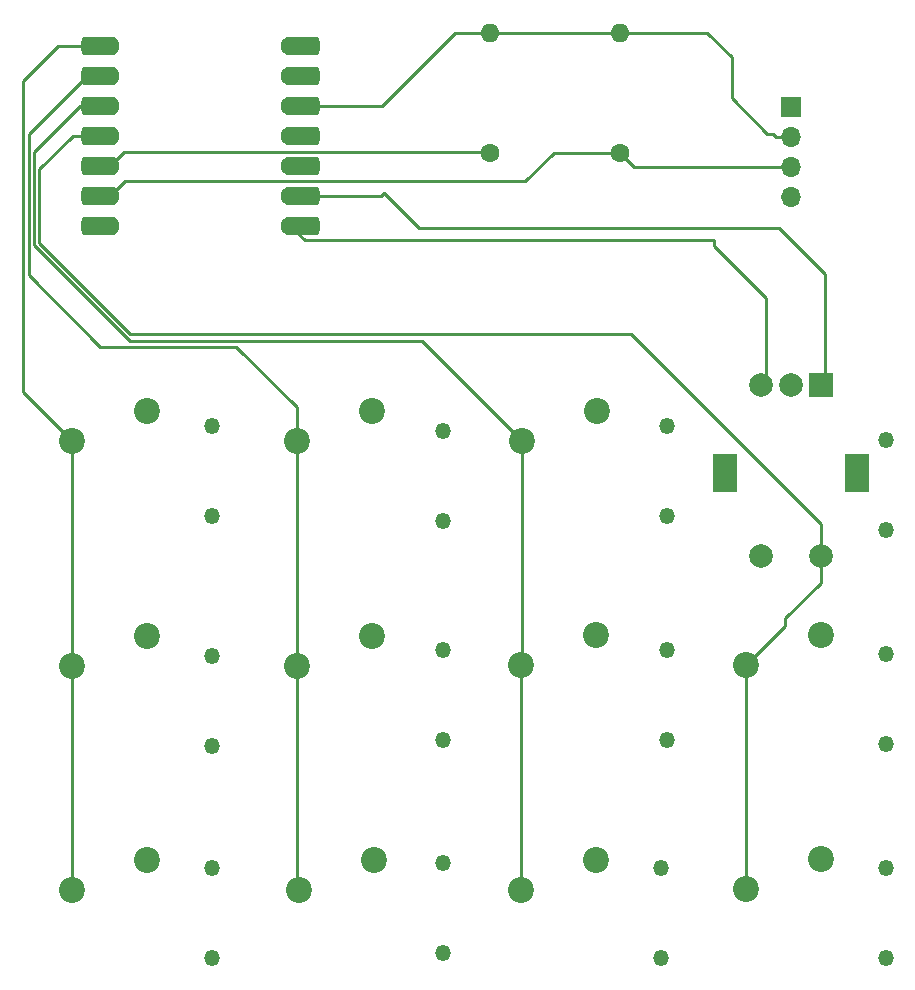
<source format=gbr>
%TF.GenerationSoftware,KiCad,Pcbnew,8.0.5*%
%TF.CreationDate,2024-10-19T19:52:03+11:00*%
%TF.ProjectId,Hackpad,4861636b-7061-4642-9e6b-696361645f70,rev?*%
%TF.SameCoordinates,Original*%
%TF.FileFunction,Copper,L1,Top*%
%TF.FilePolarity,Positive*%
%FSLAX46Y46*%
G04 Gerber Fmt 4.6, Leading zero omitted, Abs format (unit mm)*
G04 Created by KiCad (PCBNEW 8.0.5) date 2024-10-19 19:52:03*
%MOMM*%
%LPD*%
G01*
G04 APERTURE LIST*
G04 Aperture macros list*
%AMRoundRect*
0 Rectangle with rounded corners*
0 $1 Rounding radius*
0 $2 $3 $4 $5 $6 $7 $8 $9 X,Y pos of 4 corners*
0 Add a 4 corners polygon primitive as box body*
4,1,4,$2,$3,$4,$5,$6,$7,$8,$9,$2,$3,0*
0 Add four circle primitives for the rounded corners*
1,1,$1+$1,$2,$3*
1,1,$1+$1,$4,$5*
1,1,$1+$1,$6,$7*
1,1,$1+$1,$8,$9*
0 Add four rect primitives between the rounded corners*
20,1,$1+$1,$2,$3,$4,$5,0*
20,1,$1+$1,$4,$5,$6,$7,0*
20,1,$1+$1,$6,$7,$8,$9,0*
20,1,$1+$1,$8,$9,$2,$3,0*%
G04 Aperture macros list end*
%TA.AperFunction,ComponentPad*%
%ADD10O,1.348740X1.348740*%
%TD*%
%TA.AperFunction,ComponentPad*%
%ADD11C,2.200000*%
%TD*%
%TA.AperFunction,ComponentPad*%
%ADD12C,1.600000*%
%TD*%
%TA.AperFunction,ComponentPad*%
%ADD13O,1.600000X1.600000*%
%TD*%
%TA.AperFunction,SMDPad,CuDef*%
%ADD14RoundRect,0.400000X-1.100000X-0.400000X1.100000X-0.400000X1.100000X0.400000X-1.100000X0.400000X0*%
%TD*%
%TA.AperFunction,ComponentPad*%
%ADD15R,1.700000X1.700000*%
%TD*%
%TA.AperFunction,ComponentPad*%
%ADD16O,1.700000X1.700000*%
%TD*%
%TA.AperFunction,ComponentPad*%
%ADD17R,2.000000X2.000000*%
%TD*%
%TA.AperFunction,ComponentPad*%
%ADD18C,2.000000*%
%TD*%
%TA.AperFunction,ComponentPad*%
%ADD19R,2.000000X3.200000*%
%TD*%
%TA.AperFunction,Conductor*%
%ADD20C,0.254000*%
%TD*%
G04 APERTURE END LIST*
D10*
%TO.P,D2,A,A*%
%TO.N,Net-(D2-PadA)*%
X109000000Y-79690000D03*
%TO.P,D2,K,K*%
%TO.N,ROW0*%
X109000000Y-87310000D03*
%TD*%
D11*
%TO.P,SW6,1,1*%
%TO.N,Net-(D6-PadA)*%
X121960000Y-96920000D03*
%TO.P,SW6,2,2*%
%TO.N,COL2*%
X115610000Y-99460000D03*
%TD*%
D12*
%TO.P,R1,1*%
%TO.N,SCL*%
X124000000Y-56080000D03*
D13*
%TO.P,R1,2*%
%TO.N,+3V3*%
X124000000Y-45920000D03*
%TD*%
D11*
%TO.P,SW10,1,1*%
%TO.N,Net-(D10-PadA)*%
X141000000Y-96960000D03*
%TO.P,SW10,2,2*%
%TO.N,COL3*%
X134650000Y-99500000D03*
%TD*%
%TO.P,SW11,1,1*%
%TO.N,Net-(D11-PadA)*%
X141040000Y-115920000D03*
%TO.P,SW11,2,2*%
%TO.N,COL3*%
X134690000Y-118460000D03*
%TD*%
D10*
%TO.P,D5,A,A*%
%TO.N,Net-(D5-PadA)*%
X109000000Y-98190000D03*
%TO.P,D5,K,K*%
%TO.N,ROW1*%
X109000000Y-105810000D03*
%TD*%
D12*
%TO.P,M1,1,D0*%
%TO.N,COL0*%
X80882500Y-47037000D03*
D14*
X79882500Y-47037000D03*
D12*
%TO.P,M1,2,D1*%
%TO.N,COL1*%
X80882500Y-49577000D03*
D14*
X79882500Y-49577000D03*
D12*
%TO.P,M1,3,D2*%
%TO.N,COL2*%
X80882500Y-52117000D03*
D14*
X79882500Y-52117000D03*
D12*
%TO.P,M1,4,D3*%
%TO.N,COL3*%
X80882500Y-54657000D03*
D14*
X79882500Y-54657000D03*
D12*
%TO.P,M1,5,D4*%
%TO.N,SDA*%
X80882500Y-57197000D03*
D14*
X79882500Y-57197000D03*
D12*
%TO.P,M1,6,D5*%
%TO.N,SCL*%
X80882500Y-59737000D03*
D14*
X79882500Y-59737000D03*
D12*
%TO.P,M1,7,D6*%
%TO.N,ROW2*%
X80882500Y-62277000D03*
D14*
X79882500Y-62277000D03*
D12*
%TO.P,M1,8,D7*%
%TO.N,B*%
X96117500Y-62277000D03*
D14*
X97117500Y-62277000D03*
D12*
%TO.P,M1,9,D8*%
%TO.N,A*%
X96117500Y-59737000D03*
D14*
X97117500Y-59737000D03*
D12*
%TO.P,M1,10,D9*%
%TO.N,ROW0*%
X96117500Y-57197000D03*
D14*
X97117500Y-57197000D03*
D12*
%TO.P,M1,11,D10*%
%TO.N,ROW1*%
X96117500Y-54657000D03*
D14*
X97117500Y-54657000D03*
D12*
%TO.P,M1,12,3V3*%
%TO.N,+3V3*%
X96117500Y-52117000D03*
D14*
X97117500Y-52117000D03*
D12*
%TO.P,M1,13,GND*%
%TO.N,GND*%
X96117500Y-49577000D03*
D14*
X97117500Y-49577000D03*
D12*
%TO.P,M1,14,5V*%
%TO.N,+5V*%
X96117500Y-47037000D03*
D14*
X97117500Y-47037000D03*
%TD*%
D15*
%TO.P,J1,1,Pin_1*%
%TO.N,GND*%
X138500000Y-52190000D03*
D16*
%TO.P,J1,2,Pin_2*%
%TO.N,+3V3*%
X138500000Y-54730000D03*
%TO.P,J1,3,Pin_3*%
%TO.N,SCL*%
X138500000Y-57270000D03*
%TO.P,J1,4,Pin_4*%
%TO.N,SDA*%
X138500000Y-59810000D03*
%TD*%
D11*
%TO.P,SW3,1,1*%
%TO.N,Net-(D3-PadA)*%
X122040000Y-77920000D03*
%TO.P,SW3,2,2*%
%TO.N,COL2*%
X115690000Y-80460000D03*
%TD*%
%TO.P,SW1,1,1*%
%TO.N,Net-(D1-PadA)*%
X84000000Y-78000000D03*
%TO.P,SW1,2,2*%
%TO.N,COL0*%
X77650000Y-80540000D03*
%TD*%
D10*
%TO.P,D9,A,A*%
%TO.N,Net-(D9-PadA)*%
X127500000Y-116690000D03*
%TO.P,D9,K,K*%
%TO.N,ROW2*%
X127500000Y-124310000D03*
%TD*%
D11*
%TO.P,SW5,1,1*%
%TO.N,Net-(D5-PadA)*%
X103000000Y-97000000D03*
%TO.P,SW5,2,2*%
%TO.N,COL1*%
X96650000Y-99540000D03*
%TD*%
D10*
%TO.P,D7,A,A*%
%TO.N,Net-(D7-PadA)*%
X89500000Y-116690000D03*
%TO.P,D7,K,K*%
%TO.N,ROW2*%
X89500000Y-124310000D03*
%TD*%
D11*
%TO.P,SW8,1,1*%
%TO.N,Net-(D8-PadA)*%
X103190000Y-116000000D03*
%TO.P,SW8,2,2*%
%TO.N,COL1*%
X96840000Y-118540000D03*
%TD*%
D10*
%TO.P,D10,A,A*%
%TO.N,Net-(D10-PadA)*%
X146500000Y-98500000D03*
%TO.P,D10,K,K*%
%TO.N,ROW1*%
X146500000Y-106120000D03*
%TD*%
%TO.P,D6,A,A*%
%TO.N,Net-(D6-PadA)*%
X128000000Y-98190000D03*
%TO.P,D6,K,K*%
%TO.N,ROW1*%
X128000000Y-105810000D03*
%TD*%
%TO.P,D8,A,A*%
%TO.N,Net-(D8-PadA)*%
X109000000Y-116190000D03*
%TO.P,D8,K,K*%
%TO.N,ROW2*%
X109000000Y-123810000D03*
%TD*%
D11*
%TO.P,SW9,1,1*%
%TO.N,Net-(D9-PadA)*%
X122000000Y-116000000D03*
%TO.P,SW9,2,2*%
%TO.N,COL2*%
X115650000Y-118540000D03*
%TD*%
D17*
%TO.P,SW12,A,A*%
%TO.N,A*%
X141000000Y-75750000D03*
D18*
%TO.P,SW12,B,B*%
%TO.N,B*%
X136000000Y-75750000D03*
%TO.P,SW12,C,C*%
%TO.N,GND*%
X138500000Y-75750000D03*
D19*
%TO.P,SW12,MP*%
%TO.N,N/C*%
X144100000Y-83250000D03*
X132900000Y-83250000D03*
D18*
%TO.P,SW12,S1,S1*%
%TO.N,COL3*%
X141000000Y-90250000D03*
%TO.P,SW12,S2,S2*%
%TO.N,Net-(D12-PadA)*%
X136000000Y-90250000D03*
%TD*%
D10*
%TO.P,D11,A,A*%
%TO.N,Net-(D11-PadA)*%
X146500000Y-116690000D03*
%TO.P,D11,K,K*%
%TO.N,ROW2*%
X146500000Y-124310000D03*
%TD*%
D11*
%TO.P,SW4,1,1*%
%TO.N,Net-(D4-PadA)*%
X84000000Y-97000000D03*
%TO.P,SW4,2,2*%
%TO.N,COL0*%
X77650000Y-99540000D03*
%TD*%
D10*
%TO.P,D1,A,A*%
%TO.N,Net-(D1-PadA)*%
X89500000Y-79190000D03*
%TO.P,D1,K,K*%
%TO.N,ROW0*%
X89500000Y-86810000D03*
%TD*%
D11*
%TO.P,SW2,1,1*%
%TO.N,Net-(D2-PadA)*%
X103000000Y-78000000D03*
%TO.P,SW2,2,2*%
%TO.N,COL1*%
X96650000Y-80540000D03*
%TD*%
D12*
%TO.P,R2,1*%
%TO.N,SDA*%
X113000000Y-56080000D03*
D13*
%TO.P,R2,2*%
%TO.N,+3V3*%
X113000000Y-45920000D03*
%TD*%
D11*
%TO.P,SW7,1,1*%
%TO.N,Net-(D7-PadA)*%
X84000000Y-116000000D03*
%TO.P,SW7,2,2*%
%TO.N,COL0*%
X77650000Y-118540000D03*
%TD*%
D10*
%TO.P,D12,A,A*%
%TO.N,Net-(D12-PadA)*%
X146500000Y-80380000D03*
%TO.P,D12,K,K*%
%TO.N,ROW0*%
X146500000Y-88000000D03*
%TD*%
%TO.P,D3,A,A*%
%TO.N,Net-(D3-PadA)*%
X128000000Y-79190000D03*
%TO.P,D3,K,K*%
%TO.N,ROW0*%
X128000000Y-86810000D03*
%TD*%
%TO.P,D4,A,A*%
%TO.N,Net-(D4-PadA)*%
X89500000Y-98690000D03*
%TO.P,D4,K,K*%
%TO.N,ROW1*%
X89500000Y-106310000D03*
%TD*%
D20*
%TO.N,SDA*%
X112990000Y-56070000D02*
X82009500Y-56070000D01*
X113000000Y-56080000D02*
X112990000Y-56070000D01*
X82009500Y-56070000D02*
X80882500Y-57197000D01*
%TO.N,SCL*%
X125190000Y-57270000D02*
X124000000Y-56080000D01*
X124000000Y-56080000D02*
X118420000Y-56080000D01*
X138500000Y-57270000D02*
X125190000Y-57270000D01*
X118420000Y-56080000D02*
X116000000Y-58500000D01*
X82119500Y-58500000D02*
X80882500Y-59737000D01*
X116000000Y-58500000D02*
X82119500Y-58500000D01*
%TO.N,COL0*%
X77650000Y-80540000D02*
X77650000Y-99540000D01*
X77650000Y-80540000D02*
X73500000Y-76390000D01*
X76463000Y-47037000D02*
X80882500Y-47037000D01*
X77650000Y-99540000D02*
X77650000Y-118540000D01*
X73500000Y-50000000D02*
X76463000Y-47037000D01*
X73500000Y-76390000D02*
X73500000Y-50000000D01*
%TO.N,COL1*%
X91500000Y-72500000D02*
X80000000Y-72500000D01*
X96650000Y-99540000D02*
X96650000Y-118350000D01*
X96650000Y-80540000D02*
X96650000Y-77650000D01*
X80000000Y-72500000D02*
X73954000Y-66454000D01*
X73954000Y-54546000D02*
X78923000Y-49577000D01*
X78923000Y-49577000D02*
X80882500Y-49577000D01*
X96650000Y-80540000D02*
X96650000Y-99540000D01*
X96650000Y-118350000D02*
X96840000Y-118540000D01*
X96650000Y-77650000D02*
X91500000Y-72500000D01*
X73954000Y-66454000D02*
X73954000Y-54546000D01*
%TO.N,COL2*%
X107230000Y-72000000D02*
X82500000Y-72000000D01*
X115610000Y-118500000D02*
X115650000Y-118540000D01*
X74408000Y-63908000D02*
X74408000Y-56000000D01*
X82500000Y-72000000D02*
X74408000Y-63908000D01*
X115690000Y-80460000D02*
X107230000Y-72000000D01*
X115690000Y-99380000D02*
X115610000Y-99460000D01*
X74408000Y-56000000D02*
X78291000Y-52117000D01*
X115690000Y-80460000D02*
X115690000Y-99380000D01*
X115610000Y-99460000D02*
X115610000Y-118500000D01*
X78291000Y-52117000D02*
X80882500Y-52117000D01*
%TO.N,COL3*%
X74862000Y-57500000D02*
X77705000Y-54657000D01*
X134650000Y-118350000D02*
X134500000Y-118500000D01*
X124928974Y-71428974D02*
X82571026Y-71428974D01*
X77705000Y-54657000D02*
X80882500Y-54657000D01*
X82571026Y-71428974D02*
X74862000Y-63719948D01*
X141000000Y-90750000D02*
X141000000Y-92500000D01*
X74862000Y-63719948D02*
X74862000Y-57500000D01*
X141000000Y-87500000D02*
X124928974Y-71428974D01*
X141000000Y-92500000D02*
X138000000Y-95500000D01*
X134650000Y-99500000D02*
X134650000Y-118350000D01*
X141000000Y-90250000D02*
X141000000Y-87500000D01*
X138000000Y-96150000D02*
X134650000Y-99500000D01*
X138000000Y-95500000D02*
X138000000Y-96150000D01*
%TO.N,B*%
X136375000Y-68375000D02*
X132000000Y-64000000D01*
X132000000Y-63500000D02*
X97340500Y-63500000D01*
X132000000Y-64000000D02*
X132000000Y-63500000D01*
X97340500Y-63500000D02*
X96117500Y-62277000D01*
X136375000Y-75875000D02*
X136375000Y-68375000D01*
%TO.N,A*%
X104000000Y-59500000D02*
X103763000Y-59737000D01*
X107000000Y-62500000D02*
X104000000Y-59500000D01*
X137500000Y-62500000D02*
X107000000Y-62500000D01*
X141375000Y-66375000D02*
X137500000Y-62500000D01*
X141375000Y-75875000D02*
X141375000Y-66375000D01*
X103763000Y-59737000D02*
X96117500Y-59737000D01*
%TO.N,+3V3*%
X137230000Y-54730000D02*
X138500000Y-54730000D01*
X131420000Y-45920000D02*
X133500000Y-48000000D01*
X110080000Y-45920000D02*
X113000000Y-45920000D01*
X133500000Y-48000000D02*
X133500000Y-51500000D01*
X133500000Y-51500000D02*
X136500000Y-54500000D01*
X113000000Y-45920000D02*
X124000000Y-45920000D01*
X103883000Y-52117000D02*
X110080000Y-45920000D01*
X96117500Y-52117000D02*
X103883000Y-52117000D01*
X136500000Y-54500000D02*
X137000000Y-54500000D01*
X137000000Y-54500000D02*
X137230000Y-54730000D01*
X124000000Y-45920000D02*
X131420000Y-45920000D01*
%TD*%
M02*

</source>
